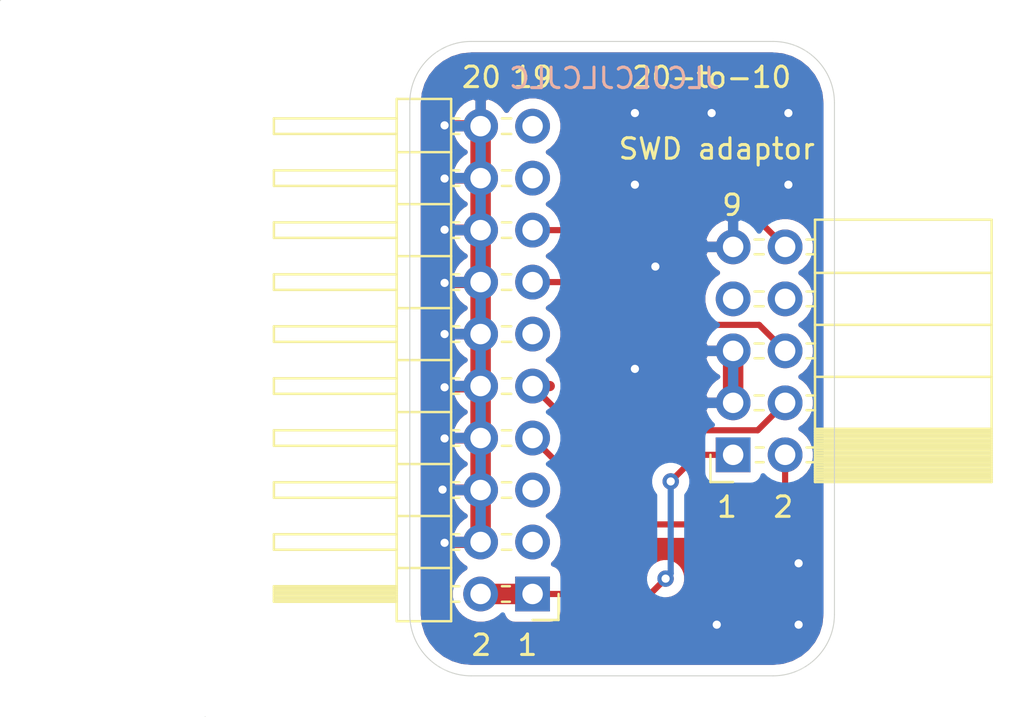
<source format=kicad_pcb>
(kicad_pcb (version 20211014) (generator pcbnew)
  (layers (0 "F.Cu" signal) (1 "In1.Cu" power) (2 "In2.Cu" power) (31 "B.Cu" signal) (34 "B.Paste" user) (35 "F.Paste" user) (36 "B.SilkS" user "B.Silkscreen") (37 "F.SilkS" user "F.Silkscreen") (38 "B.Mask" user) (39 "F.Mask" user) (44 "Edge.Cuts" user))
  (net 0 "")
  (net 1 "SWD10")
  (net 2 "GND")
  (net 3 "Net-(J1-Pad8)")
  (net 4 "Net-(J1-Pad7)")
  (net 5 "SWD6")
  (net 6 "SWD4")
  (net 7 "SWD2")
  (net 8 "SWD1")
  (net 9 "Net-(J2-Pad19)")
  (net 10 "Net-(J2-Pad17)")
  (net 11 "Net-(J2-Pad11)")
  (net 12 "Net-(J2-Pad5)")
  (net 13 "Net-(J2-Pad3)")
  (footprint "Connector_PinSocket_2.54mm:PinSocket_2x05_P2.54mm_Horizontal" (layer "F.Cu") (at 135.8 72.2 180)
    (fp_text reference "J1")
    (fp_text value "Conn_02x05_Odd_Even")
    (fp_line (start -4 2.9) (end -3.59 2.9) (layer "F.SilkS") (width 0.12))
    (fp_line (start -1.49 4.72) (end -1.05 4.72) (layer "F.SilkS") (width 0.12))
    (fp_line (start -1.49 9.8) (end -1.05 9.8) (layer "F.SilkS") (width 0.12))
    (fp_line (start -1.49 5.44) (end -1.05 5.44) (layer "F.SilkS") (width 0.12))
    (fp_line (start -12.63 -0.619525) (end -4 -0.619525) (layer "F.SilkS") (width 0.12))
    (fp_line (start -12.63 8.89) (end -4 8.89) (layer "F.SilkS") (width 0.12))
    (fp_line (start -4 9.8) (end -3.59 9.8) (layer "F.SilkS") (width 0.12))
    (fp_line (start -4 7.26) (end -3.59 7.26) (layer "F.SilkS") (width 0.12))
    (fp_line (start -12.63 0.325235) (end -4 0.325235) (layer "F.SilkS") (width 0.12))
    (fp_line (start -12.63 -0.02905) (end -4 -0.02905) (layer "F.SilkS") (width 0.12))
    (fp_line (start -4 2.18) (end -3.59 2.18) (layer "F.SilkS") (width 0.12))
    (fp_line (start -12.63 1.1519) (end -4 1.1519) (layer "F.SilkS") (width 0.12))
    (fp_line (start -12.63 -1.21) (end -4 -1.21) (layer "F.SilkS") (width 0.12))
    (fp_line (start -12.63 -0.147145) (end -4 -0.147145) (layer "F.SilkS") (width 0.12))
    (fp_line (start -4 4.72) (end -3.59 4.72) (layer "F.SilkS") (width 0.12))
    (fp_line (start -12.63 0.20714) (end -4 0.20714) (layer "F.SilkS") (width 0.12))
    (fp_line (start -12.63 6.35) (end -4 6.35) (layer "F.SilkS") (width 0.12))
    (fp_line (start -4 0.36) (end -3.59 0.36) (layer "F.SilkS") (width 0.12))
    (fp_line (start 1.11 -1.33) (end 1.11 0) (layer "F.SilkS") (width 0.12))
    (fp_line (start -12.63 -1.091905) (end -4 -1.091905) (layer "F.SilkS") (width 0.12))
    (fp_line (start -12.63 0.797615) (end -4 0.797615) (layer "F.SilkS") (width 0.12))
    (fp_line (start -12.63 11.49) (end -4 11.49) (layer "F.SilkS") (width 0.12))
    (fp_line (start -12.63 0.91571) (end -4 0.91571) (layer "F.SilkS") (width 0.12))
    (fp_line (start -12.63 -1.33) (end -12.63 11.49) (layer "F.SilkS") (width 0.12))
    (fp_line (start -4 10.52) (end -3.59 10.52) (layer "F.SilkS") (width 0.12))
    (fp_line (start -12.63 -1.33) (end -4 -1.33) (layer "F.SilkS") (width 0.12))
    (fp_line (start -12.63 0.44333) (end -4 0.44333) (layer "F.SilkS") (width 0.12))
    (fp_line (start -12.63 0.67952) (end -4 0.67952) (layer "F.SilkS") (width 0.12))
    (fp_line (start -12.63 -0.73762) (end -4 -0.73762) (layer "F.SilkS") (width 0.12))
    (fp_line (start -1.49 10.52) (end -1.05 10.52) (layer "F.SilkS") (width 0.12))
    (fp_line (start -12.63 0.561425) (end -4 0.561425) (layer "F.SilkS") (width 0.12))
    (fp_line (start -12.63 -0.50143) (end -4 -0.50143) (layer "F.SilkS") (width 0.12))
    (fp_line (start -1.49 7.26) (end -1.05 7.26) (layer "F.SilkS") (width 0.12))
    (fp_line (start -1.49 0.36) (end -1.11 0.36) (layer "F.SilkS") (width 0.12))
    (fp_line (start -12.63 -0.383335) (end -4 -0.383335) (layer "F.SilkS") (width 0.12))
    (fp_line (start -4 -0.36) (end -3.59 -0.36) (layer "F.SilkS") (width 0.12))
    (fp_line (start -1.49 2.18) (end -1.05 2.18) (layer "F.SilkS") (width 0.12))
    (fp_line (start -1.49 -0.36) (end -1.11 -0.36) (layer "F.SilkS") (width 0.12))
    (fp_line (start -4 -1.33) (end -4 11.49) (layer "F.SilkS") (width 0.12))
    (fp_line (start -12.63 -0.26524) (end -4 -0.26524) (layer "F.SilkS") (width 0.12))
    (fp_line (start -12.63 -0.97381) (end -4 -0.97381) (layer "F.SilkS") (width 0.12))
    (fp_line (start -12.63 0.089045) (end -4 0.089045) (layer "F.SilkS") (width 0.12))
    (fp_line (start -4 7.98) (end -3.59 7.98) (layer "F.SilkS") (width 0.12))
    (fp_line (start -1.49 7.98) (end -1.05 7.98) (layer "F.SilkS") (width 0.12))
    (fp_line (start -12.63 -0.855715) (end -4 -0.855715) (layer "F.SilkS") (width 0.12))
    (fp_line (start -1.49 2.9) (end -1.05 2.9) (layer "F.SilkS") (width 0.12))
    (fp_line (start -12.63 1.033805) (end -4 1.033805) (layer "F.SilkS") (width 0.12))
    (fp_line (start 0 -1.33) (end 1.11 -1.33) (layer "F.SilkS") (width 0.12))
    (fp_line (start -12.63 3.81) (end -4 3.81) (layer "F.SilkS") (width 0.12))
    (fp_line (start -12.63 1.27) (end -4 1.27) (layer "F.SilkS") (width 0.12))
    (fp_line (start -4 5.44) (end -3.59 5.44) (layer "F.SilkS") (width 0.12))
    (pad "1" thru_hole rect locked (at 0 0 180) (size 1.7 1.7) (drill 1) (layers *.Cu *.Mask) (net 8 "SWD1"))
    (pad "2" thru_hole oval locked (at -2.54 0 180) (size 1.7 1.7) (drill 1) (layers *.Cu *.Mask) (net 7 "SWD2"))
    (pad "3" thru_hole oval locked (at 0 2.54 180) (size 1.7 1.7) (drill 1) (layers *.Cu *.Mask) (net 2 "GND"))
    (pad "4" thru_hole oval locked (at -2.54 2.54 180) (size 1.7 1.7) (drill 1) (layers *.Cu *.Mask) (net 6 "SWD4"))
    (pad "5" thru_hole oval locked (at 0 5.08 180) (size 1.7 1.7) (drill 1) (layers *.Cu *.Mask) (net 2 "GND"))
    (pad "6" thru_hole oval locked (at -2.54 5.08 180) (size 1.7 1.7) (drill 1) (layers *.Cu *.Mask) (net 5 "SWD6"))
    (pad "7" thru_hole oval locked (at 0 7.62 180) (size 1.7 1.7) (drill 1) (layers *.Cu *.Mask) (net 4 "Net-(J1-Pad7)"))
    (pad "8" thru_hole oval locked (at -2.54 7.62 180) (size 1.7 1.7) (drill 1) (layers *.Cu *.Mask) (net 3 "Net-(J1-Pad8)"))
    (pad "9" thru_hole oval locked (at 0 10.16 180) (size 1.7 1.7) (drill 1) (layers *.Cu *.Mask) (net 2 "GND"))
    (pad "10" thru_hole oval locked (at -2.54 10.16 180) (size 1.7 1.7) (drill 1) (layers *.Cu *.Mask) (net 1 "SWD10"))
  )
  (footprint "Connector_PinHeader_2.54mm:PinHeader_2x10_P2.54mm_Horizontal" (layer "F.Cu") (at 126 79 180)
    (fp_text reference "J2")
    (fp_text value "Conn_02x10_Odd_Even")
    (fp_line (start 6.64 -1.33) (end 3.98 -1.33) (layer "F.SilkS") (width 0.12))
    (fp_line (start -1.27 -1.27) (end 0 -1.27) (layer "F.SilkS") (width 0.12))
    (fp_line (start 1.042929 15.62) (end 1.497071 15.62) (layer "F.SilkS") (width 0.12))
    (fp_line (start 1.11 0.38) (end 1.497071 0.38) (layer "F.SilkS") (width 0.12))
    (fp_line (start 12.64 13.08) (end 6.64 13.08) (layer "F.SilkS") (width 0.12))
    (fp_line (start 6.64 7.24) (end 12.64 7.24) (layer "F.SilkS") (width 0.12))
    (fp_line (start 1.042929 22.48) (end 1.497071 22.48) (layer "F.SilkS") (width 0.12))
    (fp_line (start 3.582929 -0.38) (end 3.98 -0.38) (layer "F.SilkS") (width 0.12))
    (fp_line (start 3.582929 0.38) (end 3.98 0.38) (layer "F.SilkS") (width 0.12))
    (fp_line (start 12.64 15.62) (end 6.64 15.62) (layer "F.SilkS") (width 0.12))
    (fp_line (start 3.582929 18.16) (end 3.98 18.16) (layer "F.SilkS") (width 0.12))
    (fp_line (start 12.64 19.94) (end 12.64 20.7) (layer "F.SilkS") (width 0.12))
    (fp_line (start 3.98 3.81) (end 6.64 3.81) (layer "F.SilkS") (width 0.12))
    (fp_line (start 12.64 17.4) (end 12.64 18.16) (layer "F.SilkS") (width 0.12))
    (fp_line (start 1.042929 10.54) (end 1.497071 10.54) (layer "F.SilkS") (width 0.12))
    (fp_line (start 3.582929 4.7) (end 3.98 4.7) (layer "F.SilkS") (width 0.12))
    (fp_line (start 6.64 0.16) (end 12.64 0.16) (layer "F.SilkS") (width 0.12))
    (fp_line (start 1.042929 17.4) (end 1.497071 17.4) (layer "F.SilkS") (width 0.12))
    (fp_line (start 6.64 0.04) (end 12.64 0.04) (layer "F.SilkS") (width 0.12))
    (fp_line (start 3.98 11.43) (end 6.64 11.43) (layer "F.SilkS") (width 0.12))
    (fp_line (start 12.64 -0.38) (end 12.64 0.38) (layer "F.SilkS") (width 0.12))
    (fp_line (start 6.64 14.86) (end 12.64 14.86) (layer "F.SilkS") (width 0.12))
    (fp_line (start 1.042929 5.46) (end 1.497071 5.46) (layer "F.SilkS") (width 0.12))
    (fp_line (start 3.582929 22.48) (end 3.98 22.48) (layer "F.SilkS") (width 0.12))
    (fp_line (start 1.042929 2.92) (end 1.497071 2.92) (layer "F.SilkS") (width 0.12))
    (fp_line (start 3.98 19.05) (end 6.64 19.05) (layer "F.SilkS") (width 0.12))
    (fp_line (start 3.582929 2.92) (end 3.98 2.92) (layer "F.SilkS") (width 0.12))
    (fp_line (start 1.042929 9.78) (end 1.497071 9.78) (layer "F.SilkS") (width 0.12))
    (fp_line (start 3.582929 12.32) (end 3.98 12.32) (layer "F.SilkS") (width 0.12))
    (fp_line (start 3.98 6.35) (end 6.64 6.35) (layer "F.SilkS") (width 0.12))
    (fp_line (start 3.582929 5.46) (end 3.98 5.46) (layer "F.SilkS") (width 0.12))
    (fp_line (start 3.582929 8) (end 3.98 8) (layer "F.SilkS") (width 0.12))
    (fp_line (start 3.98 8.89) (end 6.64 8.89) (layer "F.SilkS") (width 0.12))
    (fp_line (start 12.64 2.92) (end 6.64 2.92) (layer "F.SilkS") (width 0.12))
    (fp_line (start 1.042929 14.86) (end 1.497071 14.86) (layer "F.SilkS") (width 0.12))
    (fp_line (start 6.64 0.28) (end 12.64 0.28) (layer "F.SilkS") (width 0.12))
    (fp_line (start 3.98 -1.33) (end 3.98 24.19) (layer "F.SilkS") (width 0.12))
    (fp_line (start 6.64 22.48) (end 12.64 22.48) (layer "F.SilkS") (width 0.12))
    (fp_line (start 3.98 24.19) (end 6.64 24.19) (layer "F.SilkS") (width 0.12))
    (fp_line (start 6.64 24.19) (end 6.64 -1.33) (layer "F.SilkS") (width 0.12))
    (fp_line (start 6.64 -0.08) (end 12.64 -0.08) (layer "F.SilkS") (width 0.12))
    (fp_line (start 6.64 19.94) (end 12.64 19.94) (layer "F.SilkS") (width 0.12))
    (fp_line (start 3.98 16.51) (end 6.64 16.51) (layer "F.SilkS") (width 0.12))
    (fp_line (start 1.042929 4.7) (end 1.497071 4.7) (layer "F.SilkS") (width 0.12))
    (fp_line (start 3.98 1.27) (end 6.64 1.27) (layer "F.SilkS") (width 0.12))
    (fp_line (start 3.582929 10.54) (end 3.98 10.54) (layer "F.SilkS") (width 0.12))
    (fp_line (start 6.64 2.16) (end 12.64 2.16) (layer "F.SilkS") (width 0.12))
    (fp_line (start 12.64 9.78) (end 12.64 10.54) (layer "F.SilkS") (width 0.12))
    (fp_line (start 1.042929 20.7) (end 1.497071 20.7) (layer "F.SilkS") (width 0.12))
    (fp_line (start 3.582929 14.86) (end 3.98 14.86) (layer "F.SilkS") (width 0.12))
    (fp_line (start -1.27 0) (end -1.27 -1.27) (layer "F.SilkS") (width 0.12))
    (fp_line (start 1.042929 13.08) (end 1.497071 13.08) (layer "F.SilkS") (width 0.12))
    (fp_line (start 1.042929 12.32) (end 1.497071 12.32) (layer "F.SilkS") (width 0.12))
    (fp_line (start 12.64 7.24) (end 12.64 8) (layer "F.SilkS") (width 0.12))
    (fp_line (start 3.582929 2.16) (end 3.98 2.16) (layer "F.SilkS") (width 0.12))
    (fp_line (start 3.582929 9.78) (end 3.98 9.78) (layer "F.SilkS") (width 0.12))
    (fp_line (start 12.64 22.48) (end 12.64 23.24) (layer "F.SilkS") (width 0.12))
    (fp_line (start 12.64 0.38) (end 6.64 0.38) (layer "F.SilkS") (width 0.12))
    (fp_line (start 3.582929 7.24) (end 3.98 7.24) (layer "F.SilkS") (width 0.12))
    (fp_line (start 6.64 12.32) (end 12.64 12.32) (layer "F.SilkS") (width 0.12))
    (fp_line (start 12.64 4.7) (end 12.64 5.46) (layer "F.SilkS") (width 0.12))
    (fp_line (start 1.11 -0.38) (end 1.497071 -0.38) (layer "F.SilkS") (width 0.12))
    (fp_line (start 12.64 18.16) (end 6.64 18.16) (layer "F.SilkS") (width 0.12))
    (fp_line (start 12.64 10.54) (end 6.64 10.54) (layer "F.SilkS") (width 0.12))
    (fp_line (start 6.64 9.78) (end 12.64 9.78) (layer "F.SilkS") (width 0.12))
    (fp_line (start 3.98 21.59) (end 6.64 21.59) (layer "F.SilkS") (width 0.12))
    (fp_line (start 3.582929 17.4) (end 3.98 17.4) (layer "F.SilkS") (width 0.12))
    (fp_line (start 12.64 23.24) (end 6.64 23.24) (layer "F.SilkS") (width 0.12))
    (fp_line (start 1.042929 23.24) (end 1.497071 23.24) (layer "F.SilkS") (width 0.12))
    (fp_line (start 12.64 2.16) (end 12.64 2.92) (layer "F.SilkS") (width 0.12))
    (fp_line (start 6.64 -0.38) (end 12.64 -0.38) (layer "F.SilkS") (width 0.12))
    (fp_line (start 6.64 4.7) (end 12.64 4.7) (layer "F.SilkS") (width 0.12))
    (fp_line (start 1.042929 8) (end 1.497071 8) (layer "F.SilkS") (width 0.12))
    (fp_line (start 3.582929 19.94) (end 3.98 19.94) (layer "F.SilkS") (width 0.12))
    (fp_line (start 3.98 13.97) (end 6.64 13.97) (layer "F.SilkS") (width 0.12))
    (fp_line (start 12.64 14.86) (end 12.64 15.62) (layer "F.SilkS") (width 0.12))
    (fp_line (start 6.64 -0.2) (end 12.64 -0.2) (layer "F.SilkS") (width 0.12))
    (fp_line (start 12.64 12.32) (end 12.64 13.08) (layer "F.SilkS") (width 0.12))
    (fp_line (start 6.64 -0.32) (end 12.64 -0.32) (layer "F.SilkS") (width 0.12))
    (fp_line (start 1.042929 2.16) (end 1.497071 2.16) (layer "F.SilkS") (width 0.12))
    (fp_line (start 3.582929 15.62) (end 3.98 15.62) (layer "F.SilkS") (width 0.12))
    (fp_line (start 3.582929 23.24) (end 3.98 23.24) (layer "F.SilkS") (width 0.12))
    (fp_line (start 3.582929 13.08) (end 3.98 13.08) (layer "F.SilkS") (width 0.12))
    (fp_line (start 12.64 8) (end 6.64 8) (layer "F.SilkS") (width 0.12))
    (fp_line (start 12.64 5.46) (end 6.64 5.46) (layer "F.SilkS") (width 0.12))
    (fp_line (start 3.582929 20.7) (end 3.98 20.7) (layer "F.SilkS") (width 0.12))
    (fp_line (start 6.64 17.4) (end 12.64 17.4) (layer "F.SilkS") (width 0.12))
    (fp_line (start 1.042929 19.94) (end 1.497071 19.94) (layer "F.SilkS") (width 0.12))
    (fp_line (start 1.042929 7.24) (end 1.497071 7.24) (layer "F.SilkS") (width 0.12))
    (fp_line (start 1.042929 18.16) (end 1.497071 18.16) (layer "F.SilkS") (width 0.12))
    (fp_line (start 12.64 20.7) (end 6.64 20.7) (layer "F.SilkS") (width 0.12))
    (pad "1" thru_hole rect locked (at 0 0 180) (size 1.7 1.7) (drill 1) (layers *.Cu *.Mask) (net 8 "SWD1"))
    (pad "2" thru_hole oval locked (at 2.54 0 180) (size 1.7 1.7) (drill 1) (layers *.Cu *.Mask) (net 8 "SWD1"))
    (pad "3" thru_hole oval locked (at 0 2.54 180) (size 1.7 1.7) (drill 1) (layers *.Cu *.Mask) (net 13 "Net-(J2-Pad3)"))
    (pad "4" thru_hole oval locked (at 2.54 2.54 180) (size 1.7 1.7) (drill 1) (layers *.Cu *.Mask) (net 2 "GND"))
    (pad "5" thru_hole oval locked (at 0 5.08 180) (size 1.7 1.7) (drill 1) (layers *.Cu *.Mask) (net 12 "Net-(J2-Pad5)"))
    (pad "6" thru_hole oval locked (at 2.54 5.08 180) (size 1.7 1.7) (drill 1) (layers *.Cu *.Mask) (net 2 "GND"))
    (pad "7" thru_hole oval locked (at 0 7.62 180) (size 1.7 1.7) (drill 1) (layers *.Cu *.Mask) (net 7 "SWD2"))
    (pad "8" thru_hole oval locked (at 2.54 7.62 180) (size 1.7 1.7) (drill 1) (layers *.Cu *.Mask) (net 2 "GND"))
    (pad "9" thru_hole oval locked (at 0 10.16 180) (size 1.7 1.7) (drill 1) (layers *.Cu *.Mask) (net 6 "SWD4"))
    (pad "10" thru_hole oval locked (at 2.54 10.16 180) (size 1.7 1.7) (drill 1) (layers *.Cu *.Mask) (net 2 "GND"))
    (pad "11" thru_hole oval locked (at 0 12.7 180) (size 1.7 1.7) (drill 1) (layers *.Cu *.Mask) (net 11 "Net-(J2-Pad11)"))
    (pad "12" thru_hole oval locked (at 2.54 12.7 180) (size 1.7 1.7) (drill 1) (layers *.Cu *.Mask) (net 2 "GND"))
    (pad "13" thru_hole oval locked (at 0 15.24 180) (size 1.7 1.7) (drill 1) (layers *.Cu *.Mask) (net 5 "SWD6"))
    (pad "14" thru_hole oval locked (at 2.54 15.24 180) (size 1.7 1.7) (drill 1) (layers *.Cu *.Mask) (net 2 "GND"))
    (pad "15" thru_hole oval locked (at 0 17.78 180) (size 1.7 1.7) (drill 1) (layers *.Cu *.Mask) (net 1 "SWD10"))
    (pad "16" thru_hole oval locked (at 2.54 17.78 180) (size 1.7 1.7) (drill 1) (layers *.Cu *.Mask) (net 2 "GND"))
    (pad "17" thru_hole oval locked (at 0 20.32 180) (size 1.7 1.7) (drill 1) (layers *.Cu *.Mask) (net 10 "Net-(J2-Pad17)"))
    (pad "18" thru_hole oval locked (at 2.54 20.32 180) (size 1.7 1.7) (drill 1) (layers *.Cu *.Mask) (net 2 "GND"))
    (pad "19" thru_hole oval locked (at 0 22.86 180) (size 1.7 1.7) (drill 1) (layers *.Cu *.Mask) (net 9 "Net-(J2-Pad19)"))
    (pad "20" thru_hole oval locked (at 2.54 22.86 180) (size 1.7 1.7) (drill 1) (layers *.Cu *.Mask) (net 2 "GND"))
  )
  (gr_line (start 100 50) (end 100 50) (layer "Edge.Cuts") (width 0.05))
  (gr_line (start 140.75 55) (end 140.75 80) (layer "Edge.Cuts") (width 0.05))
  (gr_arc (start 140.75 80) (mid 139.87132 82.12132) (end 137.75 83) (layer "Edge.Cuts") (width 0.05))
  (gr_arc (start 137.75 52) (mid 139.87132 52.87868) (end 140.75 55) (layer "Edge.Cuts") (width 0.05))
  (gr_line (start 123 52) (end 137.75 52) (layer "Edge.Cuts") (width 0.05))
  (gr_line (start 120 80) (end 120 55) (layer "Edge.Cuts") (width 0.05))
  (gr_arc (start 123 83) (mid 120.87868 82.12132) (end 120 80) (layer "Edge.Cuts") (width 0.05))
  (gr_line (start 137.75 83) (end 123 83) (layer "Edge.Cuts") (width 0.05))
  (gr_line (start 110 85) (end 110 85) (layer "Edge.Cuts") (width 0.05))
  (gr_arc (start 120 55) (mid 120.87868 52.87868) (end 123 52) (layer "Edge.Cuts") (width 0.05))
  (gr_text "JLCJLCJLCJLC" (at 130 53.8) (layer "B.SilkS") (effects (font (size 1 1)) (justify mirror)))
  (gr_text "1" (at 135.5 74.75) (layer "F.SilkS") (effects (font (size 1 1))))
  (gr_text "9" (at 135.75 60) (layer "F.SilkS") (effects (font (size 1 1))))
  (gr_text "2" (at 123.5 81.5) (layer "F.SilkS") (effects (font (size 1 1))))
  (gr_text "SWD adaptor" (at 135 57.25) (layer "F.SilkS") (effects (font (size 1 1))))
  (gr_text "20-to-10" (at 134.75 53.75) (layer "F.SilkS") (effects (font (size 1 1))))
  (gr_text "20" (at 123.5 53.75) (layer "F.SilkS") (effects (font (size 1 1))))
  (gr_text "1" (at 125.75 81.5) (layer "F.SilkS") (effects (font (size 1 1))))
  (gr_text "2" (at 138.25 74.75) (layer "F.SilkS") (effects (font (size 1 1))))
  (gr_text "19" (at 126 53.75) (layer "F.SilkS") (effects (font (size 1 1))))
  (segment (start 126 61.22) (end 131.78 61.22) (width 0.3) (layer "F.Cu") (net 1))
  (segment (start 136.1 59.8) (end 138.34 62.04) (width 0.3) (layer "F.Cu") (net 1))
  (segment (start 133.2 59.8) (end 136.1 59.8) (width 0.3) (layer "F.Cu") (net 1))
  (segment (start 131.78 61.22) (end 133.2 59.8) (width 0.3) (layer "F.Cu") (net 1))
  (segment (start 121.6 73.9) (end 123.44 73.9) (width 0.5) (layer "F.Cu") (net 2))
  (segment (start 121.7 63.8) (end 123.42 63.8) (width 0.5) (layer "F.Cu") (net 2))
  (segment (start 135.74 62.1) (end 135.8 62.04) (width 0.5) (layer "F.Cu") (net 2))
  (segment (start 121.7 56.1) (end 123.42 56.1) (width 0.5) (layer "F.Cu") (net 2))
  (segment (start 123.42 76.5) (end 123.46 76.46) (width 0.5) (layer "F.Cu") (net 2))
  (segment (start 135.8 69.66) (end 135.8 67.12) (width 1) (layer "F.Cu") (net 2))
  (segment (start 123.44 73.9) (end 123.46 73.92) (width 0.5) (layer "F.Cu") (net 2))
  (segment (start 121.7 58.7) (end 123.44 58.7) (width 0.5) (layer "F.Cu") (net 2))
  (segment (start 123.46 61.22) (end 123.46 58.68) (width 1) (layer "F.Cu") (net 2))
  (segment (start 123.46 73.92) (end 123.46 76.46) (width 1) (layer "F.Cu") (net 2))
  (segment (start 123.46 73.92) (end 123.46 71.38) (width 1) (layer "F.Cu") (net 2))
  (segment (start 121.7 68.9) (end 123.4 68.9) (width 0.5) (layer "F.Cu") (net 2))
  (segment (start 123.42 56.1) (end 123.46 56.14) (width 0.5) (layer "F.Cu") (net 2))
  (segment (start 121.7 71.4) (end 123.44 71.4) (width 0.5) (layer "F.Cu") (net 2))
  (segment (start 123.4 68.9) (end 123.46 68.84) (width 0.5) (layer "F.Cu") (net 2))
  (segment (start 123.46 66.3) (end 123.46 68.84) (width 1) (layer "F.Cu") (net 2))
  (segment (start 123.44 61.2) (end 123.46 61.22) (width 0.5) (layer "F.Cu") (net 2))
  (segment (start 123.46 63.76) (end 123.46 66.3) (width 1) (layer "F.Cu") (net 2))
  (segment (start 121.7 76.5) (end 123.42 76.5) (width 0.5) (layer "F.Cu") (net 2))
  (segment (start 123.42 63.8) (end 123.46 63.76) (width 0.5) (layer "F.Cu") (net 2))
  (segment (start 121.7 61.2) (end 123.44 61.2) (width 0.5) (layer "F.Cu") (net 2))
  (segment (start 121.7 66.3) (end 123.46 66.3) (width 0.5) (layer "F.Cu") (net 2))
  (segment (start 123.46 58.68) (end 123.46 56.14) (width 1) (layer "F.Cu") (net 2))
  (segment (start 123.46 63.76) (end 123.46 61.22) (width 1) (layer "F.Cu") (net 2))
  (segment (start 123.44 71.4) (end 123.46 71.38) (width 0.5) (layer "F.Cu") (net 2))
  (segment (start 123.46 68.84) (end 123.46 71.38) (width 1) (layer "F.Cu") (net 2))
  (segment (start 123.44 58.7) (end 123.46 58.68) (width 0.5) (layer "F.Cu") (net 2))
  (via (at 132 63) (size 0.8) (drill 0.4) (layers "F.Cu" "B.Cu") (net 2))
  (via (at 131 55.5) (size 0.8) (drill 0.4) (layers "F.Cu" "B.Cu") (net 2))
  (via (at 138.5 55.5) (size 0.8) (drill 0.4) (layers "F.Cu" "B.Cu") (net 2))
  (via (at 131 59) (size 0.8) (drill 0.4) (layers "F.Cu" "B.Cu") (net 2))
  (via (at 134.75 55.5) (size 0.8) (drill 0.4) (layers "F.Cu" "B.Cu") (net 2))
  (via (at 131 68) (size 0.8) (drill 0.4) (layers "F.Cu" "B.Cu") (net 2))
  (via (at 121.7 68.9) (size 0.8) (drill 0.4) (layers "F.Cu" "B.Cu") (net 2))
  (via (at 121.7 66.3) (size 0.8) (drill 0.4) (layers "F.Cu" "B.Cu") (net 2))
  (via (at 121.7 71.4) (size 0.8) (drill 0.4) (layers "F.Cu" "B.Cu") (net 2))
  (via (at 121.7 61.2) (size 0.8) (drill 0.4) (layers "F.Cu" "B.Cu") (net 2))
  (via (at 138.5 59) (size 0.8) (drill 0.4) (layers "F.Cu" "B.Cu") (net 2))
  (via (at 121.6 73.9) (size 0.8) (drill 0.4) (layers "F.Cu" "B.Cu") (net 2))
  (via (at 139 80.5) (size 0.8) (drill 0.4) (layers "F.Cu" "B.Cu") (net 2))
  (via (at 121.7 56.1) (size 0.8) (drill 0.4) (layers "F.Cu" "B.Cu") (net 2))
  (via (at 135 80.5) (size 0.8) (drill 0.4) (layers "F.Cu" "B.Cu") (net 2))
  (via (at 121.7 58.7) (size 0.8) (drill 0.4) (layers "F.Cu" "B.Cu") (net 2))
  (via (at 121.7 76.5) (size 0.8) (drill 0.4) (layers "F.Cu" "B.Cu") (net 2))
  (via (at 139 77.5) (size 0.8) (drill 0.4) (layers "F.Cu" "B.Cu") (net 2))
  (via (at 121.7 63.8) (size 0.8) (drill 0.4) (layers "F.Cu" "B.Cu") (net 2))
  (segment (start 138.34 67.12) (end 137.07 65.85) (width 0.3) (layer "F.Cu") (net 5))
  (segment (start 126 63.76) (end 129.19 63.76) (width 0.3) (layer "F.Cu") (net 5))
  (segment (start 132.1 65.85) (end 130.01 63.76) (width 0.3) (layer "F.Cu") (net 5))
  (segment (start 129.19 63.76) (end 129.46 63.76) (width 0.3) (layer "F.Cu") (net 5))
  (segment (start 130.01 63.76) (end 129.19 63.76) (width 0.3) (layer "F.Cu") (net 5))
  (segment (start 137.07 65.85) (end 132.1 65.85) (width 0.3) (layer "F.Cu") (net 5))
  (segment (start 137.000001 70.999999) (end 138.34 69.66) (width 0.3) (layer "F.Cu") (net 6))
  (segment (start 126 68.84) (end 126.84 68.84) (width 0.5) (layer "F.Cu") (net 6))
  (segment (start 128.159999 70.999999) (end 137.000001 70.999999) (width 0.3) (layer "F.Cu") (net 6))
  (segment (start 126 68.84) (end 128.159999 70.999999) (width 0.3) (layer "F.Cu") (net 6))
  (segment (start 126 71.38) (end 130.22 75.6) (width 0.3) (layer "F.Cu") (net 7))
  (segment (start 130.22 75.6) (end 137 75.6) (width 0.3) (layer "F.Cu") (net 7))
  (segment (start 137 75.6) (end 138.34 74.26) (width 0.3) (layer "F.Cu") (net 7))
  (segment (start 138.34 74.26) (end 138.34 72.2) (width 0.3) (layer "F.Cu") (net 7))
  (segment (start 131.75 79) (end 132.5 78.25) (width 0.3) (layer "F.Cu") (net 8))
  (segment (start 126 79) (end 131.75 79) (width 0.3) (layer "F.Cu") (net 8))
  (segment (start 126 79) (end 123.46 79) (width 1) (layer "F.Cu") (net 8))
  (segment (start 135.8 72.2) (end 134.05 72.2) (width 0.3) (layer "F.Cu") (net 8))
  (segment (start 134.05 72.2) (end 132.75 73.5) (width 0.3) (layer "F.Cu") (net 8))
  (via (at 132.75 73.5) (size 0.8) (drill 0.4) (layers "F.Cu" "B.Cu") (net 8))
  (via (at 132.5 78.25) (size 0.8) (drill 0.4) (layers "F.Cu" "B.Cu") (net 8))
  (segment (start 132.75 78) (end 132.5 78.25) (width 0.3) (layer "B.Cu") (net 8))
  (segment (start 132.75 73.5) (end 132.75 78) (width 0.3) (layer "B.Cu") (net 8))
  (zone (net 2) (net_name "GND") (layer "F.Cu") (connect_pads (clearance 0.508)) (min_thickness 0.254) (fill yes (thermal_gap 0.508) (thermal_bridge_width 0.508))
    (polygon (pts (xy 140.75 83) (xy 120 83) (xy 120 52) (xy 140.75 52)))
  )
  (zone (net 2) (net_name "GND") (layer "B.Cu") (connect_pads (clearance 0.508)) (min_thickness 0.254) (fill yes (thermal_gap 0.508) (thermal_bridge_width 0.508))
    (polygon (pts (xy 140.75 83) (xy 120 83) (xy 120 52) (xy 140.75 52)))
  )
)
</source>
